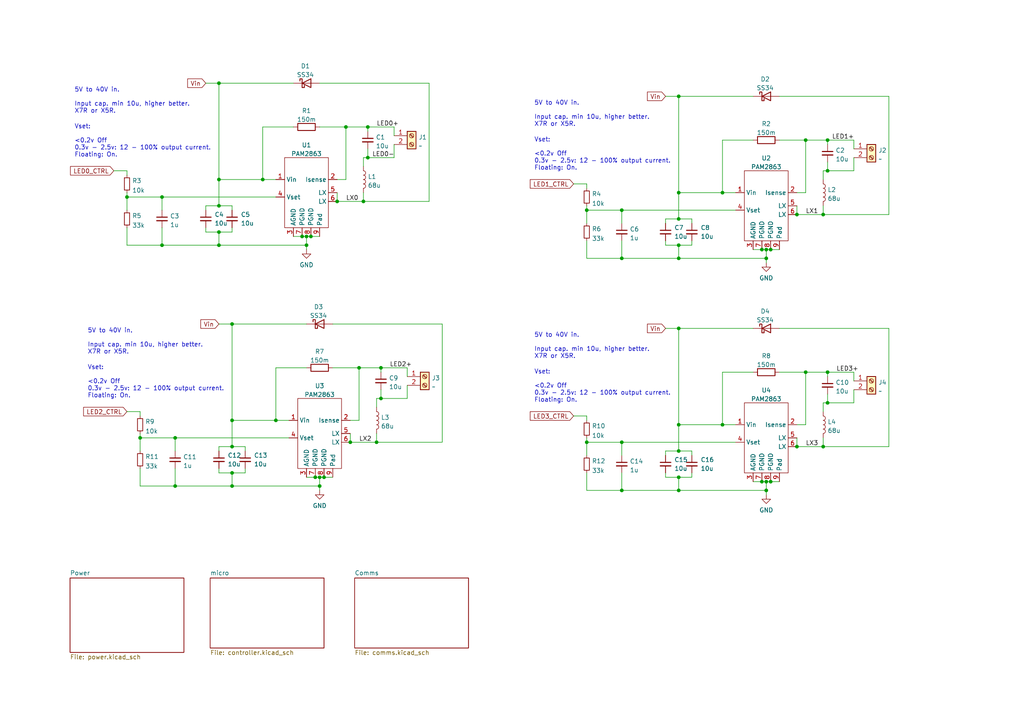
<source format=kicad_sch>
(kicad_sch (version 20211123) (generator eeschema)
  (paper "A4")
  (lib_symbols
    (symbol "Connector:Screw_Terminal_01x02" (pin_names (offset 1.016) hide)
      (property "Reference" "J" (at 0 2.54 0))
      (property "Value" "Screw_Terminal_01x02" (at 0 -5.08 0))
      (symbol "Screw_Terminal_01x02_1_1"
        (rectangle (start -1.27 1.27) (end 1.27 -3.81) (stroke (width 0.254)) (fill (type background)))
        (circle (center 0 -2.54) (radius 0.635) (stroke (width 0.1524)))
        (polyline (pts (xy -0.5334 -2.2098) (xy 0.3302 -3.048)) (stroke (width 0.1524)))
        (polyline (pts (xy -0.5334 0.3302) (xy 0.3302 -0.508)) (stroke (width 0.1524)))
        (polyline (pts (xy -0.3556 -2.032) (xy 0.508 -2.8702)) (stroke (width 0.1524)))
        (polyline (pts (xy -0.3556 0.508) (xy 0.508 -0.3302)) (stroke (width 0.1524)))
        (circle (center 0 0) (radius 0.635) (stroke (width 0.1524)))
        (pin passive line (at -5.08 0 0) (length 3.81) (name "Pin_1") (number "1"))
        (pin passive line (at -5.08 -2.54 0) (length 3.81) (name "Pin_2") (number "2"))
      )
    )
    (symbol "Device:C_Small" (pin_numbers hide) (pin_names (offset 0.254) hide)
      (property "Reference" "C" (at 0.254 1.778 0))
      (property "Value" "C_Small" (at 0.254 -2.032 0))
      (symbol "C_Small_0_1"
        (polyline (pts (xy -1.524 -0.508) (xy 1.524 -0.508)) (stroke (width 0.3302)))
        (polyline (pts (xy -1.524 0.508) (xy 1.524 0.508)) (stroke (width 0.3048)))
      )
      (symbol "C_Small_1_1"
        (pin passive line (at 0 2.54 270) (length 2.032) (name "~") (number "1"))
        (pin passive line (at 0 -2.54 90) (length 2.032) (name "~") (number "2"))
      )
    )
    (symbol "Device:D_Schottky" (pin_numbers hide) (pin_names (offset 1.016) hide)
      (property "Reference" "D" (at 0 2.54 0))
      (property "Value" "D_Schottky" (at 0 -2.54 0))
      (symbol "D_Schottky_0_1"
        (polyline (pts (xy 1.27 0) (xy -1.27 0)))
        (polyline (pts (xy 1.27 1.27) (xy 1.27 -1.27) (xy -1.27 0) (xy 1.27 1.27)) (stroke (width 0.254)))
        (polyline (pts (xy -1.905 0.635) (xy -1.905 1.27) (xy -1.27 1.27) (xy -1.27 -1.27) (xy -0.635 -1.27) (xy -0.635 -0.635)) (stroke (width 0.254)))
      )
      (symbol "D_Schottky_1_1"
        (pin passive line (at -3.81 0 0) (length 2.54) (name "K") (number "1"))
        (pin passive line (at 3.81 0 180) (length 2.54) (name "A") (number "2"))
      )
    )
    (symbol "Device:L" (pin_numbers hide) (pin_names (offset 1.016) hide)
      (property "Reference" "L" (at -1.27 0 90))
      (property "Value" "L" (at 1.905 0 90))
      (symbol "L_0_1"
        (arc (start 0 -2.54) (mid 0.635 -1.905) (end 0 -1.27))
        (arc (start 0 -1.27) (mid 0.635 -0.635) (end 0 0))
        (arc (start 0 0) (mid 0.635 0.635) (end 0 1.27))
        (arc (start 0 1.27) (mid 0.635 1.905) (end 0 2.54))
      )
      (symbol "L_1_1"
        (pin passive line (at 0 3.81 270) (length 1.27) (name "1") (number "1"))
        (pin passive line (at 0 -3.81 90) (length 1.27) (name "2") (number "2"))
      )
    )
    (symbol "Device:R" (pin_numbers hide) (pin_names (offset 0))
      (property "Reference" "R" (at 2.032 0 90))
      (property "Value" "R" (at 0 0 90))
      (symbol "R_0_1"
        (rectangle (start -1.016 -2.54) (end 1.016 2.54) (stroke (width 0.254)))
      )
      (symbol "R_1_1"
        (pin passive line (at 0 3.81 270) (length 1.27) (name "~") (number "1"))
        (pin passive line (at 0 -3.81 90) (length 1.27) (name "~") (number "2"))
      )
    )
    (symbol "Device:R_Small" (pin_numbers hide) (pin_names (offset 0.254) hide)
      (property "Reference" "R" (at 0.762 0.508 0))
      (property "Value" "R_Small" (at 0.762 -1.016 0))
      (symbol "R_Small_0_1"
        (rectangle (start -0.762 1.778) (end 0.762 -1.778) (stroke (width 0.2032)))
      )
      (symbol "R_Small_1_1"
        (pin passive line (at 0 2.54 270) (length 0.762) (name "~") (number "1"))
        (pin passive line (at 0 -2.54 90) (length 0.762) (name "~") (number "2"))
      )
    )
    (symbol "power:GND" (power) (pin_names (offset 0))
      (property "Value" "GND" (at 0 -3.81 0))
      (symbol "GND_0_1"
        (polyline (pts (xy 0 0) (xy 0 -1.27) (xy 1.27 -1.27) (xy 0 -2.54) (xy -1.27 -1.27) (xy 0 -1.27)))
      )
      (symbol "GND_1_1"
        (pin power_in line (at 0 0 270) (length 0) hide (name "GND") (number "1"))
      )
    )
    (symbol "river:PAM2863"
      (property "Reference" "U" (at -1.27 35.56 0))
      (property "Value" "PAM2863" (at 0 31.75 0))
      (symbol "PAM2863_0_1"
        (rectangle (start -6.35 34.29) (end 6.35 13.97) (stroke (width 0.1524)))
      )
      (symbol "PAM2863_1_1"
        (pin power_in line (at -8.89 27.94 0) (length 2.54) (name "Vin") (number "1"))
        (pin input line (at 8.89 27.94 180) (length 2.54) (name "Isense") (number "2"))
        (pin power_in line (at -3.81 11.43 90) (length 2.54) (name "AGND") (number "3"))
        (pin input line (at -8.89 22.86 0) (length 2.54) (name "Vset") (number "4"))
        (pin open_collector line (at 8.89 24.13 180) (length 2.54) (name "LX") (number "5"))
        (pin open_collector line (at 8.89 21.59 180) (length 2.54) (name "LX") (number "6"))
        (pin power_in line (at -1.27 11.43 90) (length 2.54) (name "PGND") (number "7"))
        (pin power_in line (at 1.27 11.43 90) (length 2.54) (name "PGND") (number "8"))
        (pin passive line (at 3.81 11.43 90) (length 2.54) (name "Pad") (number "9"))
      )
    )
  )
  (junction (at 67.31 121.92))
  (junction (at 170.18 60.96))
  (junction (at 80.01 121.92))
  (junction (at 67.31 137.16))
  (junction (at 63.5 71.12))
  (junction (at 209.55 123.19))
  (junction (at 110.49 106.68))
  (junction (at 222.25 72.39))
  (junction (at 220.98 72.39))
  (junction (at 196.85 63.5))
  (junction (at 196.85 95.25))
  (junction (at 196.85 55.88))
  (junction (at 67.31 140.97))
  (junction (at 46.99 71.12))
  (junction (at 92.71 138.43))
  (junction (at 88.9 68.58))
  (junction (at 231.14 129.54))
  (junction (at 93.98 138.43))
  (junction (at 105.41 58.42))
  (junction (at 106.68 45.72))
  (junction (at 63.5 52.07))
  (junction (at 196.85 74.93))
  (junction (at 110.49 115.57))
  (junction (at 63.5 59.69))
  (junction (at 97.79 58.42))
  (junction (at 101.6 128.27))
  (junction (at 238.76 129.54))
  (junction (at 109.22 128.27))
  (junction (at 50.8 127))
  (junction (at 196.85 130.81))
  (junction (at 223.52 139.7))
  (junction (at 91.44 138.43))
  (junction (at 238.76 62.23))
  (junction (at 88.9 71.12))
  (junction (at 180.34 142.24))
  (junction (at 180.34 128.27))
  (junction (at 106.68 36.83))
  (junction (at 87.63 68.58))
  (junction (at 100.33 36.83))
  (junction (at 240.03 107.95))
  (junction (at 196.85 27.94))
  (junction (at 180.34 60.96))
  (junction (at 40.64 127))
  (junction (at 231.14 62.23))
  (junction (at 196.85 142.24))
  (junction (at 90.17 68.58))
  (junction (at 46.99 57.15))
  (junction (at 223.52 72.39))
  (junction (at 220.98 139.7))
  (junction (at 196.85 71.12))
  (junction (at 63.5 24.13))
  (junction (at 92.71 140.97))
  (junction (at 233.68 107.95))
  (junction (at 240.03 116.84))
  (junction (at 63.5 67.31))
  (junction (at 180.34 74.93))
  (junction (at 67.31 129.54))
  (junction (at 209.55 55.88))
  (junction (at 196.85 138.43))
  (junction (at 36.83 57.15))
  (junction (at 196.85 123.19))
  (junction (at 76.2 52.07))
  (junction (at 240.03 40.64))
  (junction (at 222.25 74.93))
  (junction (at 233.68 40.64))
  (junction (at 67.31 93.98))
  (junction (at 222.25 139.7))
  (junction (at 222.25 142.24))
  (junction (at 240.03 49.53))
  (junction (at 170.18 128.27))
  (junction (at 104.14 106.68))
  (junction (at 50.8 140.97))
  (wire (pts (xy 220.98 72.39) (xy 222.25 72.39)))
  (wire (pts (xy 36.83 71.12) (xy 46.99 71.12)))
  (wire (pts (xy 238.76 129.54) (xy 257.81 129.54)))
  (wire (pts (xy 238.76 59.69) (xy 238.76 62.23)))
  (wire (pts (xy 106.68 36.83) (xy 114.3 36.83)))
  (wire (pts (xy 231.14 62.23) (xy 238.76 62.23)))
  (wire (pts (xy 170.18 127) (xy 170.18 128.27)))
  (wire (pts (xy 222.25 142.24) (xy 222.25 143.51)))
  (wire (pts (xy 166.37 120.65) (xy 170.18 120.65)))
  (wire (pts (xy 180.34 74.93) (xy 196.85 74.93)))
  (wire (pts (xy 100.33 36.83) (xy 92.71 36.83)))
  (wire (pts (xy 170.18 142.24) (xy 180.34 142.24)))
  (wire (pts (xy 231.14 129.54) (xy 238.76 129.54)))
  (wire (pts (xy 170.18 53.34) (xy 170.18 54.61)))
  (wire (pts (xy 196.85 138.43) (xy 200.66 138.43)))
  (wire (pts (xy 50.8 127) (xy 83.82 127)))
  (wire (pts (xy 88.9 138.43) (xy 91.44 138.43)))
  (wire (pts (xy 114.3 39.37) (xy 114.3 36.83)))
  (wire (pts (xy 63.5 67.31) (xy 67.31 67.31)))
  (wire (pts (xy 196.85 55.88) (xy 196.85 63.5)))
  (wire (pts (xy 109.22 128.27) (xy 128.27 128.27)))
  (wire (pts (xy 46.99 57.15) (xy 80.01 57.15)))
  (wire (pts (xy 40.64 135.89) (xy 40.64 140.97)))
  (wire (pts (xy 231.14 59.69) (xy 231.14 62.23)))
  (wire (pts (xy 63.5 129.54) (xy 63.5 130.81)))
  (wire (pts (xy 209.55 107.95) (xy 209.55 123.19)))
  (wire (pts (xy 67.31 121.92) (xy 80.01 121.92)))
  (wire (pts (xy 218.44 27.94) (xy 196.85 27.94)))
  (wire (pts (xy 33.02 49.53) (xy 36.83 49.53)))
  (wire (pts (xy 105.41 45.72) (xy 105.41 48.26)))
  (wire (pts (xy 124.46 58.42) (xy 124.46 24.13)))
  (wire (pts (xy 218.44 139.7) (xy 220.98 139.7)))
  (wire (pts (xy 196.85 123.19) (xy 196.85 130.81)))
  (wire (pts (xy 196.85 123.19) (xy 209.55 123.19)))
  (wire (pts (xy 170.18 120.65) (xy 170.18 121.92)))
  (wire (pts (xy 218.44 72.39) (xy 220.98 72.39)))
  (wire (pts (xy 170.18 60.96) (xy 170.18 64.77)))
  (wire (pts (xy 85.09 36.83) (xy 76.2 36.83)))
  (wire (pts (xy 63.5 52.07) (xy 63.5 59.69)))
  (wire (pts (xy 240.03 46.99) (xy 240.03 49.53)))
  (wire (pts (xy 40.64 125.73) (xy 40.64 127)))
  (wire (pts (xy 90.17 68.58) (xy 92.71 68.58)))
  (wire (pts (xy 238.76 62.23) (xy 257.81 62.23)))
  (wire (pts (xy 63.5 59.69) (xy 59.69 59.69)))
  (wire (pts (xy 36.83 66.04) (xy 36.83 71.12)))
  (wire (pts (xy 63.5 52.07) (xy 76.2 52.07)))
  (wire (pts (xy 222.25 142.24) (xy 222.25 139.7)))
  (wire (pts (xy 240.03 116.84) (xy 247.65 116.84)))
  (wire (pts (xy 92.71 24.13) (xy 124.46 24.13)))
  (wire (pts (xy 80.01 121.92) (xy 83.82 121.92)))
  (wire (pts (xy 67.31 129.54) (xy 71.12 129.54)))
  (wire (pts (xy 247.65 43.18) (xy 247.65 40.64)))
  (wire (pts (xy 233.68 55.88) (xy 233.68 40.64)))
  (wire (pts (xy 240.03 116.84) (xy 238.76 116.84)))
  (wire (pts (xy 50.8 127) (xy 50.8 130.81)))
  (wire (pts (xy 222.25 74.93) (xy 222.25 76.2)))
  (wire (pts (xy 193.04 69.85) (xy 193.04 71.12)))
  (wire (pts (xy 88.9 106.68) (xy 80.01 106.68)))
  (wire (pts (xy 36.83 57.15) (xy 36.83 60.96)))
  (wire (pts (xy 218.44 107.95) (xy 209.55 107.95)))
  (wire (pts (xy 200.66 64.77) (xy 200.66 63.5)))
  (wire (pts (xy 180.34 128.27) (xy 170.18 128.27)))
  (wire (pts (xy 209.55 40.64) (xy 209.55 55.88)))
  (wire (pts (xy 36.83 119.38) (xy 40.64 119.38)))
  (wire (pts (xy 63.5 93.98) (xy 67.31 93.98)))
  (wire (pts (xy 196.85 74.93) (xy 222.25 74.93)))
  (wire (pts (xy 196.85 63.5) (xy 200.66 63.5)))
  (wire (pts (xy 233.68 40.64) (xy 226.06 40.64)))
  (wire (pts (xy 220.98 139.7) (xy 222.25 139.7)))
  (wire (pts (xy 196.85 55.88) (xy 209.55 55.88)))
  (wire (pts (xy 96.52 93.98) (xy 128.27 93.98)))
  (wire (pts (xy 180.34 69.85) (xy 180.34 74.93)))
  (wire (pts (xy 88.9 71.12) (xy 88.9 72.39)))
  (wire (pts (xy 114.3 41.91) (xy 114.3 45.72)))
  (wire (pts (xy 247.65 45.72) (xy 247.65 49.53)))
  (wire (pts (xy 67.31 60.96) (xy 67.31 59.69)))
  (wire (pts (xy 196.85 71.12) (xy 200.66 71.12)))
  (wire (pts (xy 109.22 115.57) (xy 109.22 118.11)))
  (wire (pts (xy 247.65 110.49) (xy 247.65 107.95)))
  (wire (pts (xy 223.52 139.7) (xy 226.06 139.7)))
  (wire (pts (xy 106.68 45.72) (xy 105.41 45.72)))
  (wire (pts (xy 209.55 55.88) (xy 213.36 55.88)))
  (wire (pts (xy 50.8 127) (xy 40.64 127)))
  (wire (pts (xy 92.71 140.97) (xy 92.71 142.24)))
  (wire (pts (xy 100.33 36.83) (xy 106.68 36.83)))
  (wire (pts (xy 231.14 123.19) (xy 233.68 123.19)))
  (wire (pts (xy 46.99 57.15) (xy 46.99 60.96)))
  (wire (pts (xy 109.22 125.73) (xy 109.22 128.27)))
  (wire (pts (xy 170.18 59.69) (xy 170.18 60.96)))
  (wire (pts (xy 59.69 66.04) (xy 59.69 67.31)))
  (wire (pts (xy 226.06 27.94) (xy 257.81 27.94)))
  (wire (pts (xy 110.49 113.03) (xy 110.49 115.57)))
  (wire (pts (xy 196.85 63.5) (xy 193.04 63.5)))
  (wire (pts (xy 87.63 68.58) (xy 88.9 68.58)))
  (wire (pts (xy 166.37 53.34) (xy 170.18 53.34)))
  (wire (pts (xy 257.81 129.54) (xy 257.81 95.25)))
  (wire (pts (xy 233.68 107.95) (xy 240.03 107.95)))
  (wire (pts (xy 196.85 138.43) (xy 196.85 142.24)))
  (wire (pts (xy 170.18 74.93) (xy 180.34 74.93)))
  (wire (pts (xy 257.81 62.23) (xy 257.81 27.94)))
  (wire (pts (xy 247.65 113.03) (xy 247.65 116.84)))
  (wire (pts (xy 180.34 137.16) (xy 180.34 142.24)))
  (wire (pts (xy 196.85 27.94) (xy 196.85 55.88)))
  (wire (pts (xy 240.03 49.53) (xy 238.76 49.53)))
  (wire (pts (xy 46.99 57.15) (xy 36.83 57.15)))
  (wire (pts (xy 105.41 58.42) (xy 124.46 58.42)))
  (wire (pts (xy 110.49 115.57) (xy 118.11 115.57)))
  (wire (pts (xy 118.11 109.22) (xy 118.11 106.68)))
  (wire (pts (xy 71.12 130.81) (xy 71.12 129.54)))
  (wire (pts (xy 240.03 107.95) (xy 240.03 109.22)))
  (wire (pts (xy 76.2 36.83) (xy 76.2 52.07)))
  (wire (pts (xy 40.64 140.97) (xy 50.8 140.97)))
  (wire (pts (xy 180.34 128.27) (xy 213.36 128.27)))
  (wire (pts (xy 118.11 111.76) (xy 118.11 115.57)))
  (wire (pts (xy 193.04 71.12) (xy 196.85 71.12)))
  (wire (pts (xy 36.83 49.53) (xy 36.83 50.8)))
  (wire (pts (xy 200.66 71.12) (xy 200.66 69.85)))
  (wire (pts (xy 93.98 138.43) (xy 96.52 138.43)))
  (wire (pts (xy 231.14 55.88) (xy 233.68 55.88)))
  (wire (pts (xy 193.04 137.16) (xy 193.04 138.43)))
  (wire (pts (xy 193.04 27.94) (xy 196.85 27.94)))
  (wire (pts (xy 222.25 139.7) (xy 223.52 139.7)))
  (wire (pts (xy 59.69 59.69) (xy 59.69 60.96)))
  (wire (pts (xy 67.31 121.92) (xy 67.31 129.54)))
  (wire (pts (xy 218.44 40.64) (xy 209.55 40.64)))
  (wire (pts (xy 196.85 130.81) (xy 193.04 130.81)))
  (wire (pts (xy 46.99 66.04) (xy 46.99 71.12)))
  (wire (pts (xy 92.71 138.43) (xy 93.98 138.43)))
  (wire (pts (xy 59.69 67.31) (xy 63.5 67.31)))
  (wire (pts (xy 59.69 24.13) (xy 63.5 24.13)))
  (wire (pts (xy 233.68 123.19) (xy 233.68 107.95)))
  (wire (pts (xy 180.34 60.96) (xy 213.36 60.96)))
  (wire (pts (xy 85.09 24.13) (xy 63.5 24.13)))
  (wire (pts (xy 50.8 135.89) (xy 50.8 140.97)))
  (wire (pts (xy 110.49 115.57) (xy 109.22 115.57)))
  (wire (pts (xy 240.03 114.3) (xy 240.03 116.84)))
  (wire (pts (xy 200.66 132.08) (xy 200.66 130.81)))
  (wire (pts (xy 80.01 106.68) (xy 80.01 121.92)))
  (wire (pts (xy 170.18 137.16) (xy 170.18 142.24)))
  (wire (pts (xy 100.33 52.07) (xy 100.33 36.83)))
  (wire (pts (xy 67.31 137.16) (xy 67.31 140.97)))
  (wire (pts (xy 218.44 95.25) (xy 196.85 95.25)))
  (wire (pts (xy 223.52 72.39) (xy 226.06 72.39)))
  (wire (pts (xy 92.71 140.97) (xy 92.71 138.43)))
  (wire (pts (xy 63.5 24.13) (xy 63.5 52.07)))
  (wire (pts (xy 170.18 69.85) (xy 170.18 74.93)))
  (wire (pts (xy 196.85 130.81) (xy 200.66 130.81)))
  (wire (pts (xy 240.03 40.64) (xy 240.03 41.91)))
  (wire (pts (xy 104.14 121.92) (xy 104.14 106.68)))
  (wire (pts (xy 110.49 106.68) (xy 110.49 107.95)))
  (wire (pts (xy 88.9 68.58) (xy 90.17 68.58)))
  (wire (pts (xy 193.04 63.5) (xy 193.04 64.77)))
  (wire (pts (xy 226.06 95.25) (xy 257.81 95.25)))
  (wire (pts (xy 238.76 127) (xy 238.76 129.54)))
  (wire (pts (xy 67.31 67.31) (xy 67.31 66.04)))
  (wire (pts (xy 240.03 40.64) (xy 247.65 40.64)))
  (wire (pts (xy 106.68 43.18) (xy 106.68 45.72)))
  (wire (pts (xy 40.64 119.38) (xy 40.64 120.65)))
  (wire (pts (xy 63.5 71.12) (xy 88.9 71.12)))
  (wire (pts (xy 76.2 52.07) (xy 80.01 52.07)))
  (wire (pts (xy 63.5 67.31) (xy 63.5 71.12)))
  (wire (pts (xy 104.14 106.68) (xy 96.52 106.68)))
  (wire (pts (xy 85.09 68.58) (xy 87.63 68.58)))
  (wire (pts (xy 63.5 135.89) (xy 63.5 137.16)))
  (wire (pts (xy 193.04 95.25) (xy 196.85 95.25)))
  (wire (pts (xy 196.85 142.24) (xy 222.25 142.24)))
  (wire (pts (xy 71.12 137.16) (xy 71.12 135.89)))
  (wire (pts (xy 209.55 123.19) (xy 213.36 123.19)))
  (wire (pts (xy 222.25 72.39) (xy 223.52 72.39)))
  (wire (pts (xy 50.8 140.97) (xy 67.31 140.97)))
  (wire (pts (xy 67.31 93.98) (xy 67.31 121.92)))
  (wire (pts (xy 200.66 138.43) (xy 200.66 137.16)))
  (wire (pts (xy 88.9 93.98) (xy 67.31 93.98)))
  (wire (pts (xy 36.83 55.88) (xy 36.83 57.15)))
  (wire (pts (xy 97.79 52.07) (xy 100.33 52.07)))
  (wire (pts (xy 104.14 106.68) (xy 110.49 106.68)))
  (wire (pts (xy 180.34 128.27) (xy 180.34 132.08)))
  (wire (pts (xy 40.64 127) (xy 40.64 130.81)))
  (wire (pts (xy 67.31 129.54) (xy 63.5 129.54)))
  (wire (pts (xy 231.14 127) (xy 231.14 129.54)))
  (wire (pts (xy 101.6 121.92) (xy 104.14 121.92)))
  (wire (pts (xy 180.34 142.24) (xy 196.85 142.24)))
  (wire (pts (xy 238.76 116.84) (xy 238.76 119.38)))
  (wire (pts (xy 240.03 49.53) (xy 247.65 49.53)))
  (wire (pts (xy 238.76 49.53) (xy 238.76 52.07)))
  (wire (pts (xy 105.41 55.88) (xy 105.41 58.42)))
  (wire (pts (xy 63.5 59.69) (xy 67.31 59.69)))
  (wire (pts (xy 128.27 128.27) (xy 128.27 93.98)))
  (wire (pts (xy 106.68 45.72) (xy 114.3 45.72)))
  (wire (pts (xy 222.25 74.93) (xy 222.25 72.39)))
  (wire (pts (xy 193.04 130.81) (xy 193.04 132.08)))
  (wire (pts (xy 240.03 107.95) (xy 247.65 107.95)))
  (wire (pts (xy 67.31 137.16) (xy 71.12 137.16)))
  (wire (pts (xy 170.18 128.27) (xy 170.18 132.08)))
  (wire (pts (xy 233.68 40.64) (xy 240.03 40.64)))
  (wire (pts (xy 67.31 140.97) (xy 92.71 140.97)))
  (wire (pts (xy 101.6 125.73) (xy 101.6 128.27)))
  (wire (pts (xy 193.04 138.43) (xy 196.85 138.43)))
  (wire (pts (xy 97.79 55.88) (xy 97.79 58.42)))
  (wire (pts (xy 180.34 60.96) (xy 170.18 60.96)))
  (wire (pts (xy 88.9 71.12) (xy 88.9 68.58)))
  (wire (pts (xy 110.49 106.68) (xy 118.11 106.68)))
  (wire (pts (xy 101.6 128.27) (xy 109.22 128.27)))
  (wire (pts (xy 233.68 107.95) (xy 226.06 107.95)))
  (wire (pts (xy 46.99 71.12) (xy 63.5 71.12)))
  (wire (pts (xy 91.44 138.43) (xy 92.71 138.43)))
  (wire (pts (xy 196.85 71.12) (xy 196.85 74.93)))
  (wire (pts (xy 97.79 58.42) (xy 105.41 58.42)))
  (wire (pts (xy 180.34 60.96) (xy 180.34 64.77)))
  (wire (pts (xy 63.5 137.16) (xy 67.31 137.16)))
  (wire (pts (xy 106.68 36.83) (xy 106.68 38.1)))
  (wire (pts (xy 196.85 95.25) (xy 196.85 123.19)))
  (text "Vset:\n\n<0.2v Off\n0.3v - 2.5v: 12 - 100% output current.\nFloating: On.\n" (at 154.94 49.53 0) (effects (font (size 1.27 1.27)) (justify left bottom)))
  (text "Vset:\n\n<0.2v Off\n0.3v - 2.5v: 12 - 100% output current.\nFloating: On.\n" (at 25.4 115.57 0) (effects (font (size 1.27 1.27)) (justify left bottom)))
  (text "5V to 40V in.\n\nInput cap. min 10u, higher better.\nX7R or X5R." (at 154.94 104.14 0) (effects (font (size 1.27 1.27)) (justify left bottom)))
  (text "Vset:\n\n<0.2v Off\n0.3v - 2.5v: 12 - 100% output current.\nFloating: On.\n" (at 21.59 45.72 0) (effects (font (size 1.27 1.27)) (justify left bottom)))
  (text "5V to 40V in.\n\nInput cap. min 10u, higher better.\nX7R or X5R." (at 25.4 102.87 0) (effects (font (size 1.27 1.27)) (justify left bottom)))
  (text "Vset:\n\n<0.2v Off\n0.3v - 2.5v: 12 - 100% output current.\nFloating: On.\n" (at 154.94 116.84 0) (effects (font (size 1.27 1.27)) (justify left bottom)))
  (text "5V to 40V in.\n\nInput cap. min 10u, higher better.\nX7R or X5R." (at 154.94 36.83 0) (effects (font (size 1.27 1.27)) (justify left bottom)))
  (text "5V to 40V in.\n\nInput cap. min 10u, higher better.\nX7R or X5R." (at 21.59 33.02 0) (effects (font (size 1.27 1.27)) (justify left bottom)))
  (label "LED0-" (at 107.95 45.72 0))
  (label "LED0+" (at 109.22 36.83 0))
  (label "LED1+" (at 241.3 40.64 0))
  (label "LX1" (at 233.68 62.23 0))
  (label "LX3" (at 233.68 129.54 0))
  (label "LED2+" (at 113.03 106.68 0))
  (label "LED3+" (at 242.57 107.95 0))
  (label "LX2" (at 104.14 128.27 0))
  (label "LX0" (at 100.33 58.42 0))
  (global_label "LED1_CTRL" (shape input) (at 166.37 53.34 180) (property "Intersheet References" "${INTERSHEET_REFS}" (effects hide)))
  (global_label "Vin" (shape input) (at 63.5 93.98 180) (property "Intersheet References" "${INTERSHEET_REFS}" (effects hide)))
  (global_label "Vin" (shape input) (at 193.04 95.25 180) (property "Intersheet References" "${INTERSHEET_REFS}" (effects hide)))
  (global_label "LED0_CTRL" (shape input) (at 33.02 49.53 180) (property "Intersheet References" "${INTERSHEET_REFS}" (effects hide)))
  (global_label "Vin" (shape input) (at 193.04 27.94 180) (property "Intersheet References" "${INTERSHEET_REFS}" (effects hide)))
  (global_label "Vin" (shape input) (at 59.69 24.13 180) (property "Intersheet References" "${INTERSHEET_REFS}" (effects hide)))
  (global_label "LED2_CTRL" (shape input) (at 36.83 119.38 180) (property "Intersheet References" "${INTERSHEET_REFS}" (effects hide)))
  (global_label "LED3_CTRL" (shape input) (at 166.37 120.65 180) (property "Intersheet References" "${INTERSHEET_REFS}" (effects hide)))
  (symbol (lib_id "Device:C_Small") (at 46.99 63.5 0) (unit 1)
    (property "Reference" "C3" (at 49.3141 62.6716 0) (effects (justify left)))
    (property "Value" "1u" (at 49.3141 65.2085 0) (effects (justify left)))
    (property "Footprint" "Capacitor_SMD:C_0805_2012Metric" (effects hide))
    (property "Note" "From stores. Also have 10u in same size." (effects hide))
  )
  (symbol (lib_id "Device:R_Small") (at 40.64 123.19 0) (unit 1)
    (property "Reference" "R9" (at 42.1386 122.2815 0) (effects (justify left)))
    (property "Value" "10k" (at 42.1386 125.0566 0) (effects (justify left)))
    (property "Footprint" "Resistor_SMD:R_0805_2012Metric" (effects hide))
  )
  (symbol (lib_id "Device:R") (at 222.25 40.64 90) (unit 1)
    (property "Reference" "R2" (at 222.25 35.9242 90))
    (property "Value" "150m" (at 222.25 38.4611 90))
    (property "Footprint" "Resistor_SMD:R_2010_5025Metric_Pad1.40x2.65mm_HandSolder" (effects hide))
    (property "Datasheet" "https://datasheet.lcsc.com/lcsc/1912111437_PSA-Prosperity-Dielectrics-FBF20FP-R150-00L_C382266.pdf" (effects hide))
    (property "Note" "100mW, 1%" (effects hide))
    (property "LCSC#" "C382266" (effects hide))
  )
  (symbol (lib_id "Connector:Screw_Terminal_01x02") (at 119.38 39.37 0) (unit 1)
    (property "Reference" "J1" (at 121.412 39.8053 0) (effects (justify left)))
    (property "Value" "~" (at 121.412 42.3422 0) (effects (justify left)))
    (property "Footprint" "river:TerminalBlock_KEFENG_Blue_2" (effects hide))
    (property "Note" "Blue ones fit too, but bit smaller." (effects hide))
  )
  (symbol (lib_id "Device:R_Small") (at 170.18 67.31 0) (unit 1)
    (property "Reference" "R6" (at 171.6786 66.4015 0) (effects (justify left)))
    (property "Value" "33k" (at 171.6786 69.1766 0) (effects (justify left)))
    (property "Footprint" "Resistor_SMD:R_0805_2012Metric" (effects hide))
  )
  (symbol (lib_id "Device:C_Small") (at 110.49 110.49 0) (unit 1)
    (property "Reference" "C9" (at 112.8141 109.6616 0) (effects (justify left)))
    (property "Value" "10u" (at 112.8141 112.1985 0) (effects (justify left)))
    (property "Footprint" "Capacitor_SMD:C_1206_3216Metric_Pad1.33x1.80mm_HandSolder" (effects hide))
    (property "LCSC#" "C89632" (effects hide))
    (property "Field5" "Samsung 50V X7R" (effects hide))
  )
  (symbol (lib_id "Device:D_Schottky") (at 222.25 95.25 0) (unit 1)
    (property "Reference" "D4" (at 221.9325 90.2802 0))
    (property "Value" "SS34" (at 221.9325 92.8171 0))
    (property "Footprint" "Diode_SMD:D_SMA" (effects hide))
    (property "Note" "Only needs 1A peak." (effects hide))
    (property "LCSC#" "C408258 " (effects hide))
    (property "Part#" " Slkor SS34" (effects hide))
  )
  (symbol (lib_id "Device:R") (at 222.25 107.95 90) (unit 1)
    (property "Reference" "R8" (at 222.25 103.2342 90))
    (property "Value" "150m" (at 222.25 105.7711 90))
    (property "Footprint" "Resistor_SMD:R_2010_5025Metric_Pad1.40x2.65mm_HandSolder" (effects hide))
    (property "Datasheet" "https://datasheet.lcsc.com/lcsc/1912111437_PSA-Prosperity-Dielectrics-FBF20FP-R150-00L_C382266.pdf" (effects hide))
    (property "Note" "100mW, 1%" (effects hide))
    (property "LCSC#" "C382266" (effects hide))
  )
  (symbol (lib_id "Device:D_Schottky") (at 92.71 93.98 0) (unit 1)
    (property "Reference" "D3" (at 92.3925 89.0102 0))
    (property "Value" "SS34" (at 92.3925 91.5471 0))
    (property "Footprint" "Diode_SMD:D_SMA" (effects hide))
    (property "Note" "Only needs 1A peak." (effects hide))
    (property "LCSC#" "C408258 " (effects hide))
    (property "Part#" " Slkor SS34" (effects hide))
  )
  (symbol (lib_id "Device:C_Small") (at 71.12 133.35 0) (unit 1)
    (property "Reference" "C13" (at 73.66 132.08 0) (effects (justify left)))
    (property "Value" "10u" (at 73.66 134.62 0) (effects (justify left)))
    (property "Footprint" "Capacitor_SMD:C_1206_3216Metric_Pad1.33x1.80mm_HandSolder" (effects hide))
    (property "LCSC#" "C89632" (effects hide))
    (property "Field5" "Samsung 50V X7R" (effects hide))
  )
  (symbol (lib_id "Device:R_Small") (at 170.18 57.15 0) (unit 1)
    (property "Reference" "R4" (at 171.6786 56.2415 0) (effects (justify left)))
    (property "Value" "10k" (at 171.6786 59.0166 0) (effects (justify left)))
    (property "Footprint" "Resistor_SMD:R_0805_2012Metric" (effects hide))
  )
  (symbol (lib_id "Device:L") (at 238.76 123.19 0) (unit 1)
    (property "Reference" "L4" (at 240.03 122.3553 0) (effects (justify left)))
    (property "Value" "68u" (at 240.03 124.8922 0) (effects (justify left)))
    (property "Footprint" "river:Inductor_SMD_10.2x11.0x5" (effects hide))
    (property "LCSC#" "C2837473 " (effects hide))
  )
  (symbol (lib_id "Device:R_Small") (at 40.64 133.35 0) (unit 1)
    (property "Reference" "R11" (at 42.1386 132.4415 0) (effects (justify left)))
    (property "Value" "33k" (at 42.1386 135.2166 0) (effects (justify left)))
    (property "Footprint" "Resistor_SMD:R_0805_2012Metric" (effects hide))
  )
  (symbol (lib_id "power:GND") (at 92.71 142.24 0) (unit 1)
    (property "Reference" "#PWR03" (effects hide))
    (property "Value" "GND" (at 92.71 146.6834 0))
  )
  (symbol (lib_id "Device:L") (at 109.22 121.92 0) (unit 1)
    (property "Reference" "L3" (at 110.49 121.0853 0) (effects (justify left)))
    (property "Value" "68u" (at 110.49 123.6222 0) (effects (justify left)))
    (property "Footprint" "river:Inductor_SMD_10.2x11.0x5" (effects hide))
    (property "LCSC#" "C2837473 " (effects hide))
  )
  (symbol (lib_id "Device:C_Small") (at 180.34 134.62 0) (unit 1)
    (property "Reference" "C14" (at 182.6641 133.7916 0) (effects (justify left)))
    (property "Value" "1u" (at 182.6641 136.3285 0) (effects (justify left)))
    (property "Footprint" "Capacitor_SMD:C_0805_2012Metric" (effects hide))
    (property "Note" "From stores. Also have 10u in same size." (effects hide))
  )
  (symbol (lib_id "Connector:Screw_Terminal_01x02") (at 123.19 109.22 0) (unit 1)
    (property "Reference" "J3" (at 125.222 109.6553 0) (effects (justify left)))
    (property "Value" "~" (at 125.222 112.1922 0) (effects (justify left)))
    (property "Footprint" "river:TerminalBlock_KEFENG_Blue_2" (effects hide))
    (property "Note" "Blue ones fit too, but bit smaller." (effects hide))
  )
  (symbol (lib_id "Device:C_Small") (at 200.66 67.31 0) (unit 1)
    (property "Reference" "C8" (at 203.2 66.04 0) (effects (justify left)))
    (property "Value" "10u" (at 203.2 68.58 0) (effects (justify left)))
    (property "Footprint" "Capacitor_SMD:C_1206_3216Metric_Pad1.33x1.80mm_HandSolder" (effects hide))
    (property "LCSC#" "C89632" (effects hide))
    (property "Field5" "Samsung 50V X7R" (effects hide))
  )
  (symbol (lib_id "power:GND") (at 222.25 76.2 0) (unit 1)
    (property "Reference" "#PWR02" (effects hide))
    (property "Value" "GND" (at 222.25 80.6434 0))
  )
  (symbol (lib_id "Connector:Screw_Terminal_01x02") (at 252.73 110.49 0) (unit 1)
    (property "Reference" "J4" (at 254.762 110.9253 0) (effects (justify left)))
    (property "Value" "~" (at 254.762 113.4622 0) (effects (justify left)))
    (property "Footprint" "river:TerminalBlock_KEFENG_Blue_2" (effects hide))
    (property "Note" "Blue ones fit too, but bit smaller." (effects hide))
  )
  (symbol (lib_id "river:PAM2863") (at 92.71 149.86 0) (unit 1)
    (property "Reference" "U3" (at 92.71 111.921 0))
    (property "Value" "PAM2863" (at 92.71 114.4579 0))
    (property "Footprint" "river:HSOP-8-1EP_3.9x4.9mm_P1.27mm_EP2.41x3.1mm_ThermalVias_0.3mm" (effects hide))
    (property "Datasheet" "https://www.diodes.com/assets/Datasheets/PAM2863.pdf" (effects hide))
    (property "Note" "Two variants of pad size, lcsc one unknown." (effects hide))
  )
  (symbol (lib_id "Device:R_Small") (at 170.18 124.46 0) (unit 1)
    (property "Reference" "R10" (at 171.6786 123.5515 0) (effects (justify left)))
    (property "Value" "10k" (at 171.6786 126.3266 0) (effects (justify left)))
    (property "Footprint" "Resistor_SMD:R_0805_2012Metric" (effects hide))
  )
  (symbol (lib_id "Device:C_Small") (at 200.66 134.62 0) (unit 1)
    (property "Reference" "C16" (at 203.2 133.35 0) (effects (justify left)))
    (property "Value" "10u" (at 203.2 135.89 0) (effects (justify left)))
    (property "Footprint" "Capacitor_SMD:C_1206_3216Metric_Pad1.33x1.80mm_HandSolder" (effects hide))
    (property "LCSC#" "C89632" (effects hide))
    (property "Field5" "Samsung 50V X7R" (effects hide))
  )
  (symbol (lib_id "Device:C_Small") (at 240.03 44.45 0) (unit 1)
    (property "Reference" "C2" (at 242.3541 43.6216 0) (effects (justify left)))
    (property "Value" "10u" (at 242.3541 46.1585 0) (effects (justify left)))
    (property "Footprint" "Capacitor_SMD:C_1206_3216Metric_Pad1.33x1.80mm_HandSolder" (effects hide))
    (property "LCSC#" "C89632" (effects hide))
    (property "Field5" "Samsung 50V X7R" (effects hide))
  )
  (symbol (lib_id "Device:C_Small") (at 193.04 134.62 0) (unit 1)
    (property "Reference" "C15" (at 195.58 133.35 0) (effects (justify left)))
    (property "Value" "10u" (at 195.58 135.89 0) (effects (justify left)))
    (property "Footprint" "Capacitor_SMD:C_1206_3216Metric_Pad1.33x1.80mm_HandSolder" (effects hide))
    (property "LCSC#" "C89632" (effects hide))
    (property "Field5" "Samsung 50V X7R" (effects hide))
  )
  (symbol (lib_id "river:PAM2863") (at 88.9 80.01 0) (unit 1)
    (property "Reference" "U1" (at 88.9 42.071 0))
    (property "Value" "PAM2863" (at 88.9 44.6079 0))
    (property "Footprint" "river:HSOP-8-1EP_3.9x4.9mm_P1.27mm_EP2.41x3.1mm_ThermalVias_0.3mm" (effects hide))
    (property "Datasheet" "https://www.diodes.com/assets/Datasheets/PAM2863.pdf" (effects hide))
    (property "Note" "Two variants of pad size, lcsc one unknown." (effects hide))
  )
  (symbol (lib_id "Device:C_Small") (at 59.69 63.5 0) (unit 1)
    (property "Reference" "C4" (at 62.23 62.23 0) (effects (justify left)))
    (property "Value" "10u" (at 62.23 64.77 0) (effects (justify left)))
    (property "Footprint" "Capacitor_SMD:C_1206_3216Metric_Pad1.33x1.80mm_HandSolder" (effects hide))
    (property "LCSC#" "C89632" (effects hide))
    (property "Field5" "Samsung 50V X7R" (effects hide))
  )
  (symbol (lib_id "Device:D_Schottky") (at 222.25 27.94 0) (unit 1)
    (property "Reference" "D2" (at 221.9325 22.9702 0))
    (property "Value" "SS34" (at 221.9325 25.5071 0))
    (property "Footprint" "Diode_SMD:D_SMA" (effects hide))
    (property "Note" "Only needs 1A peak." (effects hide))
    (property "LCSC#" "C408258 " (effects hide))
    (property "Part#" " Slkor SS34" (effects hide))
  )
  (symbol (lib_id "Connector:Screw_Terminal_01x02") (at 252.73 43.18 0) (unit 1)
    (property "Reference" "J2" (at 254.762 43.6153 0) (effects (justify left)))
    (property "Value" "~" (at 254.762 46.1522 0) (effects (justify left)))
    (property "Footprint" "river:TerminalBlock_KEFENG_Blue_2" (effects hide))
    (property "Note" "Blue ones fit too, but bit smaller." (effects hide))
  )
  (symbol (lib_id "Device:L") (at 105.41 52.07 0) (unit 1)
    (property "Reference" "L1" (at 106.68 51.2353 0) (effects (justify left)))
    (property "Value" "68u" (at 106.68 53.7722 0) (effects (justify left)))
    (property "Footprint" "river:Inductor_SMD_10.2x11.0x5" (effects hide))
    (property "LCSC#" "C2837473 " (effects hide))
  )
  (symbol (lib_id "Device:C_Small") (at 240.03 111.76 0) (unit 1)
    (property "Reference" "C10" (at 242.3541 110.9316 0) (effects (justify left)))
    (property "Value" "10u" (at 242.3541 113.4685 0) (effects (justify left)))
    (property "Footprint" "Capacitor_SMD:C_1206_3216Metric_Pad1.33x1.80mm_HandSolder" (effects hide))
    (property "LCSC#" "C89632" (effects hide))
    (property "Field5" "Samsung 50V X7R" (effects hide))
  )
  (symbol (lib_id "river:PAM2863") (at 222.25 151.13 0) (unit 1)
    (property "Reference" "U4" (at 222.25 113.191 0))
    (property "Value" "PAM2863" (at 222.25 115.7279 0))
    (property "Footprint" "river:HSOP-8-1EP_3.9x4.9mm_P1.27mm_EP2.41x3.1mm_ThermalVias_0.3mm" (effects hide))
    (property "Datasheet" "https://www.diodes.com/assets/Datasheets/PAM2863.pdf" (effects hide))
    (property "Note" "Two variants of pad size, lcsc one unknown." (effects hide))
  )
  (symbol (lib_id "Device:R_Small") (at 36.83 53.34 0) (unit 1)
    (property "Reference" "R3" (at 38.3286 52.4315 0) (effects (justify left)))
    (property "Value" "10k" (at 38.3286 55.2066 0) (effects (justify left)))
    (property "Footprint" "Resistor_SMD:R_0805_2012Metric" (effects hide))
  )
  (symbol (lib_id "Device:C_Small") (at 193.04 67.31 0) (unit 1)
    (property "Reference" "C7" (at 195.58 66.04 0) (effects (justify left)))
    (property "Value" "10u" (at 195.58 68.58 0) (effects (justify left)))
    (property "Footprint" "Capacitor_SMD:C_1206_3216Metric_Pad1.33x1.80mm_HandSolder" (effects hide))
    (property "LCSC#" "C89632" (effects hide))
    (property "Field5" "Samsung 50V X7R" (effects hide))
  )
  (symbol (lib_id "river:PAM2863") (at 222.25 83.82 0) (unit 1)
    (property "Reference" "U2" (at 222.25 45.881 0))
    (property "Value" "PAM2863" (at 222.25 48.4179 0))
    (property "Footprint" "river:HSOP-8-1EP_3.9x4.9mm_P1.27mm_EP2.41x3.1mm_ThermalVias_0.3mm" (effects hide))
    (property "Datasheet" "https://www.diodes.com/assets/Datasheets/PAM2863.pdf" (effects hide))
    (property "Note" "Two variants of pad size, lcsc one unknown." (effects hide))
  )
  (symbol (lib_id "power:GND") (at 222.25 143.51 0) (unit 1)
    (property "Reference" "#PWR04" (effects hide))
    (property "Value" "GND" (at 222.25 147.9534 0))
  )
  (symbol (lib_id "power:GND") (at 88.9 72.39 0) (unit 1)
    (property "Reference" "#PWR01" (effects hide))
    (property "Value" "GND" (at 88.9 76.8334 0))
  )
  (symbol (lib_id "Device:R_Small") (at 36.83 63.5 0) (unit 1)
    (property "Reference" "R5" (at 38.3286 62.5915 0) (effects (justify left)))
    (property "Value" "33k" (at 38.3286 65.3666 0) (effects (justify left)))
    (property "Footprint" "Resistor_SMD:R_0805_2012Metric" (effects hide))
  )
  (symbol (lib_id "Device:C_Small") (at 67.31 63.5 0) (unit 1)
    (property "Reference" "C5" (at 69.85 62.23 0) (effects (justify left)))
    (property "Value" "10u" (at 69.85 64.77 0) (effects (justify left)))
    (property "Footprint" "Capacitor_SMD:C_1206_3216Metric_Pad1.33x1.80mm_HandSolder" (effects hide))
    (property "LCSC#" "C89632" (effects hide))
    (property "Field5" "Samsung 50V X7R" (effects hide))
  )
  (symbol (lib_id "Device:R") (at 88.9 36.83 90) (unit 1)
    (property "Reference" "R1" (at 88.9 32.1142 90))
    (property "Value" "150m" (at 88.9 34.6511 90))
    (property "Footprint" "Resistor_SMD:R_2010_5025Metric_Pad1.40x2.65mm_HandSolder" (effects hide))
    (property "Datasheet" "https://datasheet.lcsc.com/lcsc/1912111437_PSA-Prosperity-Dielectrics-FBF20FP-R150-00L_C382266.pdf" (effects hide))
    (property "Note" "100mW, 1%" (effects hide))
    (property "LCSC#" "C382266" (effects hide))
  )
  (symbol (lib_id "Device:C_Small") (at 106.68 40.64 0) (unit 1)
    (property "Reference" "C1" (at 109.0041 39.8116 0) (effects (justify left)))
    (property "Value" "10u" (at 109.0041 42.3485 0) (effects (justify left)))
    (property "Footprint" "Capacitor_SMD:C_1206_3216Metric_Pad1.33x1.80mm_HandSolder" (effects hide))
    (property "LCSC#" "C89632" (effects hide))
    (property "Field5" "Samsung 50V X7R" (effects hide))
  )
  (symbol (lib_id "Device:L") (at 238.76 55.88 0) (unit 1)
    (property "Reference" "L2" (at 240.03 55.0453 0) (effects (justify left)))
    (property "Value" "68u" (at 240.03 57.5822 0) (effects (justify left)))
    (property "Footprint" "river:Inductor_SMD_10.2x11.0x5" (effects hide))
    (property "LCSC#" "C2837473 " (effects hide))
  )
  (symbol (lib_id "Device:C_Small") (at 50.8 133.35 0) (unit 1)
    (property "Reference" "C11" (at 53.1241 132.5216 0) (effects (justify left)))
    (property "Value" "1u" (at 53.1241 135.0585 0) (effects (justify left)))
    (property "Footprint" "Capacitor_SMD:C_0805_2012Metric" (effects hide))
    (property "Note" "From stores. Also have 10u in same size." (effects hide))
  )
  (symbol (lib_id "Device:R_Small") (at 170.18 134.62 0) (unit 1)
    (property "Reference" "R12" (at 171.6786 133.7115 0) (effects (justify left)))
    (property "Value" "33k" (at 171.6786 136.4866 0) (effects (justify left)))
    (property "Footprint" "Resistor_SMD:R_0805_2012Metric" (effects hide))
  )
  (symbol (lib_id "Device:R") (at 92.71 106.68 90) (unit 1)
    (property "Reference" "R7" (at 92.71 101.9642 90))
    (property "Value" "150m" (at 92.71 104.5011 90))
    (property "Footprint" "Resistor_SMD:R_2010_5025Metric_Pad1.40x2.65mm_HandSolder" (effects hide))
    (property "Datasheet" "https://datasheet.lcsc.com/lcsc/1912111437_PSA-Prosperity-Dielectrics-FBF20FP-R150-00L_C382266.pdf" (effects hide))
    (property "Note" "100mW, 1%" (effects hide))
    (property "LCSC#" "C382266" (effects hide))
  )
  (symbol (lib_id "Device:C_Small") (at 180.34 67.31 0) (unit 1)
    (property "Reference" "C6" (at 182.6641 66.4816 0) (effects (justify left)))
    (property "Value" "1u" (at 182.6641 69.0185 0) (effects (justify left)))
    (property "Footprint" "Capacitor_SMD:C_0805_2012Metric" (effects hide))
    (property "Note" "From stores. Also have 10u in same size." (effects hide))
  )
  (symbol (lib_id "Device:D_Schottky") (at 88.9 24.13 0) (unit 1)
    (property "Reference" "D1" (at 88.5825 19.1602 0))
    (property "Value" "SS34" (at 88.5825 21.6971 0))
    (property "Footprint" "Diode_SMD:D_SMA" (effects hide))
    (property "Note" "Only needs 1A peak." (effects hide))
    (property "LCSC#" "C408258 " (effects hide))
    (property "Part#" " Slkor SS34" (effects hide))
  )
  (symbol (lib_id "Device:C_Small") (at 63.5 133.35 0) (unit 1)
    (property "Reference" "C12" (at 66.04 132.08 0) (effects (justify left)))
    (property "Value" "10u" (at 66.04 134.62 0) (effects (justify left)))
    (property "Footprint" "Capacitor_SMD:C_1206_3216Metric_Pad1.33x1.80mm_HandSolder" (effects hide))
    (property "LCSC#" "C89632" (effects hide))
    (property "Field5" "Samsung 50V X7R" (effects hide))
  )
  (sheet (at 20.32 167.64) (size 33.02 21.59) (stroke (width 0.1524))
    (property "Sheet name" "Power" (at 20.32 166.9284 0) (effects (justify left bottom)))
    (property "Sheet file" "power.kicad_sch" (at 20.32 189.8146 0) (effects (justify left top)))
  )
  (sheet (at 60.96 167.64) (size 33.02 20.32) (stroke (width 0.1524))
    (property "Sheet name" "micro" (at 60.96 166.9284 0) (effects (justify left bottom)))
    (property "Sheet file" "controller.kicad_sch" (at 60.96 188.5446 0) (effects (justify left top)))
  )
  (sheet (at 102.87 167.64) (size 33.02 20.32) (stroke (width 0.1524))
    (property "Sheet name" "Comms" (at 102.87 166.9284 0) (effects (justify left bottom)))
    (property "Sheet file" "comms.kicad_sch" (at 102.87 188.5446 0) (effects (justify left top)))
  )
)
</source>
